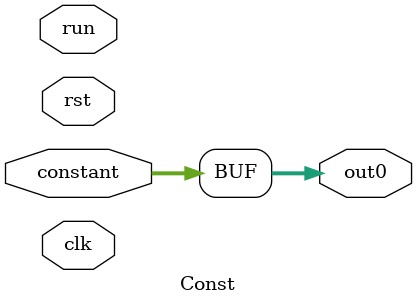
<source format=v>
`timescale 1ns / 1ps
`include "global_defines.vh"
`include "xversat.vh"

module Const #(
         parameter DATA_W = 32
              )
    (
    //control
    input               clk,
    input               rst,
    
    input               run,

    //input / output data
    output [DATA_W-1:0] out0,

    input [DATA_W-1:0]  constant
    );

assign out0 = constant;

endmodule
</source>
